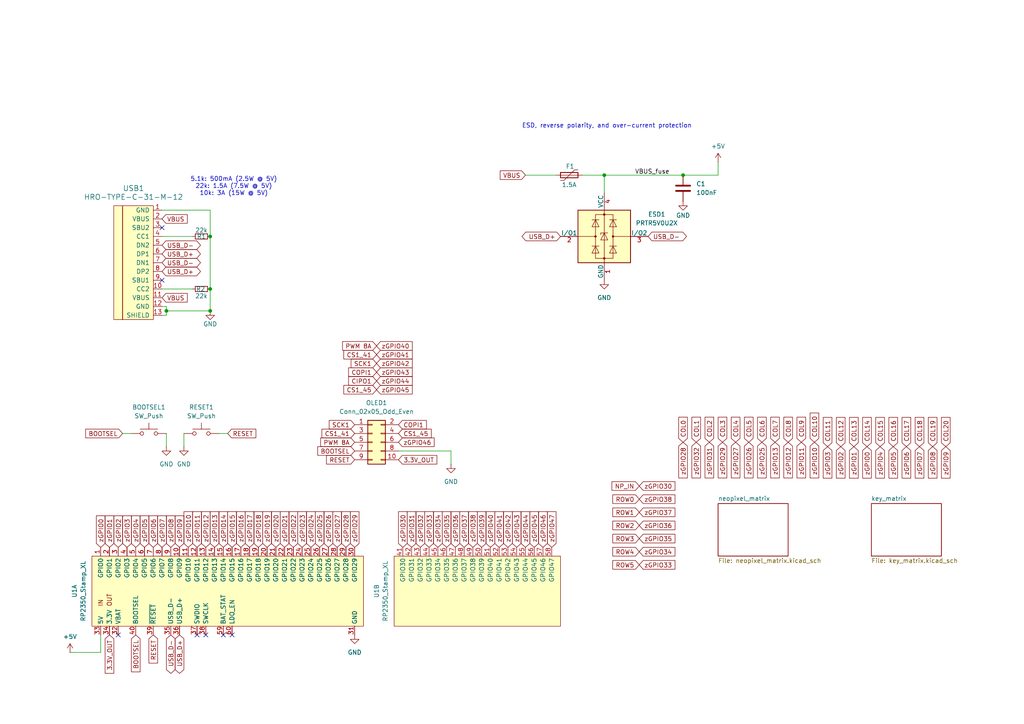
<source format=kicad_sch>
(kicad_sch (version 20231120) (generator "eeschema") (generator_version "8.0")
  (paper "A4")
  (lib_symbols
    (symbol "Connector_Generic:Conn_02x05_Odd_Even" (pin_names (offset 1.016) hide)
      (property "Reference" "J" (at 1.27 7.62 0))
      (property "Value" "Conn_02x05_Odd_Even" (at 1.27 -7.62 0))
      (symbol "Conn_02x05_Odd_Even_1_1"
        (rectangle (start -1.27 -4.953) (end 0 -5.207) (stroke (width 0.1524)))
        (rectangle (start -1.27 -2.413) (end 0 -2.667) (stroke (width 0.1524)))
        (rectangle (start -1.27 0.127) (end 0 -0.127) (stroke (width 0.1524)))
        (rectangle (start -1.27 2.667) (end 0 2.413) (stroke (width 0.1524)))
        (rectangle (start -1.27 5.207) (end 0 4.953) (stroke (width 0.1524)))
        (rectangle (start -1.27 6.35) (end 3.81 -6.35) (stroke (width 0.254)) (fill (type background)))
        (rectangle (start 3.81 -4.953) (end 2.54 -5.207) (stroke (width 0.1524)))
        (rectangle (start 3.81 -2.413) (end 2.54 -2.667) (stroke (width 0.1524)))
        (rectangle (start 3.81 0.127) (end 2.54 -0.127) (stroke (width 0.1524)))
        (rectangle (start 3.81 2.667) (end 2.54 2.413) (stroke (width 0.1524)))
        (rectangle (start 3.81 5.207) (end 2.54 4.953) (stroke (width 0.1524)))
        (pin passive line (at -5.08 5.08 0) (length 3.81) (name "Pin_1") (number "1"))
        (pin passive line (at 7.62 -5.08 180) (length 3.81) (name "Pin_10") (number "10"))
        (pin passive line (at 7.62 5.08 180) (length 3.81) (name "Pin_2") (number "2"))
        (pin passive line (at -5.08 2.54 0) (length 3.81) (name "Pin_3") (number "3"))
        (pin passive line (at 7.62 2.54 180) (length 3.81) (name "Pin_4") (number "4"))
        (pin passive line (at -5.08 0 0) (length 3.81) (name "Pin_5") (number "5"))
        (pin passive line (at 7.62 0 180) (length 3.81) (name "Pin_6") (number "6"))
        (pin passive line (at -5.08 -2.54 0) (length 3.81) (name "Pin_7") (number "7"))
        (pin passive line (at 7.62 -2.54 180) (length 3.81) (name "Pin_8") (number "8"))
        (pin passive line (at -5.08 -5.08 0) (length 3.81) (name "Pin_9") (number "9"))
      )
    )
    (symbol "Device:C" (pin_numbers hide) (pin_names (offset 0.254))
      (property "Reference" "C" (at 0.635 2.54 0))
      (property "Value" "C" (at 0.635 -2.54 0))
      (symbol "C_0_1"
        (polyline (pts (xy -2.032 -0.762) (xy 2.032 -0.762)) (stroke (width 0.508)))
        (polyline (pts (xy -2.032 0.762) (xy 2.032 0.762)) (stroke (width 0.508)))
      )
      (symbol "C_1_1"
        (pin passive line (at 0 3.81 270) (length 2.794) (name "~") (number "1"))
        (pin passive line (at 0 -3.81 90) (length 2.794) (name "~") (number "2"))
      )
    )
    (symbol "Device:Polyfuse" (pin_numbers hide) (pin_names (offset 0))
      (property "Reference" "F" (at -2.54 0 90))
      (property "Value" "Polyfuse" (at 2.54 0 90))
      (symbol "Polyfuse_0_1"
        (rectangle (start -0.762 2.54) (end 0.762 -2.54) (stroke (width 0.254)))
        (polyline (pts (xy 0 2.54) (xy 0 -2.54)))
        (polyline (pts (xy -1.524 2.54) (xy -1.524 1.524) (xy 1.524 -1.524) (xy 1.524 -2.54)))
      )
      (symbol "Polyfuse_1_1"
        (pin passive line (at 0 3.81 270) (length 1.27) (name "~") (number "1"))
        (pin passive line (at 0 -3.81 90) (length 1.27) (name "~") (number "2"))
      )
    )
    (symbol "Device:R_Small" (pin_numbers hide) (pin_names (offset 0.254) hide)
      (property "Reference" "R" (at 0.762 0.508 0))
      (property "Value" "R_Small" (at 0.762 -1.016 0))
      (symbol "R_Small_0_1"
        (rectangle (start -0.762 1.778) (end 0.762 -1.778) (stroke (width 0.2032)))
      )
      (symbol "R_Small_1_1"
        (pin passive line (at 0 2.54 270) (length 0.762) (name "~") (number "1"))
        (pin passive line (at 0 -2.54 90) (length 0.762) (name "~") (number "2"))
      )
    )
    (symbol "HRO-TYPE-C-31-M-12_1" (pin_names (offset 1.016))
      (property "Reference" "USB" (at -5.08 16.51 0))
      (property "Value" "HRO-TYPE-C-31-M-12" (at -10.16 -1.27 90))
      (symbol "HRO-TYPE-C-31-M-12_1_0_1"
        (rectangle (start -11.43 15.24) (end -8.89 -17.78) (fill (type background)))
        (rectangle (start 0 -17.78) (end -8.89 15.24) (fill (type background)))
      )
      (symbol "HRO-TYPE-C-31-M-12_1_1_1"
        (pin input line (at 2.54 13.97 180) (length 2.54) (name "GND") (number "1"))
        (pin input line (at 2.54 -8.89 180) (length 2.54) (name "CC2") (number "10"))
        (pin input line (at 2.54 -11.43 180) (length 2.54) (name "VBUS") (number "11"))
        (pin input line (at 2.54 -13.97 180) (length 2.54) (name "GND") (number "12"))
        (pin input line (at 2.54 -16.51 180) (length 2.54) (name "SHIELD") (number "13"))
        (pin input line (at 2.54 11.43 180) (length 2.54) (name "VBUS") (number "2"))
        (pin input line (at 2.54 8.89 180) (length 2.54) (name "SBU2") (number "3"))
        (pin input line (at 2.54 6.35 180) (length 2.54) (name "CC1") (number "4"))
        (pin input line (at 2.54 3.81 180) (length 2.54) (name "DN2") (number "5"))
        (pin input line (at 2.54 1.27 180) (length 2.54) (name "DP1") (number "6"))
        (pin input line (at 2.54 -1.27 180) (length 2.54) (name "DN1") (number "7"))
        (pin input line (at 2.54 -3.81 180) (length 2.54) (name "DP2") (number "8"))
        (pin input line (at 2.54 -6.35 180) (length 2.54) (name "SBU1") (number "9"))
      )
    )
    (symbol "Power_Protection:PRTR5V0U2X" (pin_names (offset 0))
      (property "Reference" "D" (at 2.794 8.636 0))
      (property "Value" "PRTR5V0U2X" (at 8.128 -9.398 0))
      (symbol "PRTR5V0U2X_0_1"
        (rectangle (start -7.62 -7.62) (end 7.62 7.62) (stroke (width 0.254)) (fill (type background)))
        (circle (center -2.54 0) (radius 0.254) (fill (type outline)))
        (rectangle (start -2.54 6.35) (end 2.54 -6.35))
        (circle (center 0 -6.35) (radius 0.254) (fill (type outline)))
        (polyline (pts (xy -2.54 0) (xy -7.62 0)))
        (polyline (pts (xy -1.524 -2.794) (xy -3.556 -2.794)))
        (polyline (pts (xy -1.524 4.826) (xy -3.556 4.826)))
        (polyline (pts (xy 0 -7.62) (xy 0 7.62)))
        (polyline (pts (xy 1.524 -2.794) (xy 3.556 -2.794)))
        (polyline (pts (xy 1.524 4.826) (xy 3.556 4.826)))
        (polyline (pts (xy 2.54 0) (xy 7.62 0)))
        (polyline (pts (xy 1.016 1.016) (xy -1.016 1.016) (xy -1.016 0.508)))
        (polyline (pts (xy -3.556 -4.826) (xy -1.524 -4.826) (xy -2.54 -2.794) (xy -3.556 -4.826)))
        (polyline (pts (xy -3.556 2.794) (xy -1.524 2.794) (xy -2.54 4.826) (xy -3.556 2.794)))
        (polyline (pts (xy -1.016 -1.016) (xy 1.016 -1.016) (xy 0 1.016) (xy -1.016 -1.016)))
        (polyline (pts (xy 3.556 -4.826) (xy 1.524 -4.826) (xy 2.54 -2.794) (xy 3.556 -4.826)))
        (polyline (pts (xy 3.556 2.794) (xy 1.524 2.794) (xy 2.54 4.826) (xy 3.556 2.794)))
        (circle (center 0 6.35) (radius 0.254) (fill (type outline)))
        (circle (center 2.54 0) (radius 0.254) (fill (type outline)))
      )
      (symbol "PRTR5V0U2X_1_1"
        (pin passive line (at 0 -12.7 90) (length 5.08) (name "GND") (number "1"))
        (pin passive line (at -12.7 0 0) (length 5.08) (name "I/O1") (number "2"))
        (pin passive line (at 12.7 0 180) (length 5.08) (name "I/O2") (number "3"))
        (pin passive line (at 0 12.7 270) (length 5.08) (name "VCC") (number "4"))
      )
    )
    (symbol "RP2xxx_Stamp:RP2350_Stamp_XL"
      (property "Reference" "U" (at 10.16 43.18 0))
      (property "Value" "RP2350_Stamp_XL" (at 0 -38.1 0))
      (symbol "RP2350_Stamp_XL_1_0"
        (text "IN" (at -4.445 39.37 0) (effects (font (size 1.27 1.27)) (justify left)))
        (text "OUT" (at -4.445 36.83 0) (effects (font (size 1.27 1.27)) (justify left)))
        (pin bidirectional line (at 12.7 39.37 180) (length 2.54) (name "GPIO0") (number "1"))
        (pin bidirectional line (at 12.7 16.51 180) (length 2.54) (name "GPIO9") (number "10"))
        (pin bidirectional line (at 12.7 13.97 180) (length 2.54) (name "GPIO10") (number "11"))
        (pin bidirectional line (at 12.7 11.43 180) (length 2.54) (name "GPIO11") (number "12"))
        (pin bidirectional line (at 12.7 8.89 180) (length 2.54) (name "GPIO12") (number "13"))
        (pin bidirectional line (at 12.7 6.35 180) (length 2.54) (name "GPIO13") (number "14"))
        (pin bidirectional line (at 12.7 3.81 180) (length 2.54) (name "GPIO14") (number "15"))
        (pin bidirectional line (at 12.7 1.27 180) (length 2.54) (name "GPIO15") (number "16"))
        (pin bidirectional line (at 12.7 -1.27 180) (length 2.54) (name "GPIO16") (number "17"))
        (pin bidirectional line (at 12.7 -3.81 180) (length 2.54) (name "GPIO17") (number "18"))
        (pin bidirectional line (at 12.7 -6.35 180) (length 2.54) (name "GPIO18") (number "19"))
        (pin bidirectional line (at 12.7 36.83 180) (length 2.54) (name "GPIO1") (number "2"))
        (pin bidirectional line (at 12.7 -8.89 180) (length 2.54) (name "GPIO19") (number "20"))
        (pin bidirectional line (at 12.7 -11.43 180) (length 2.54) (name "GPIO20") (number "21"))
        (pin bidirectional line (at 12.7 -13.97 180) (length 2.54) (name "GPIO21") (number "22"))
        (pin bidirectional line (at 12.7 -16.51 180) (length 2.54) (name "GPIO22") (number "23"))
        (pin bidirectional line (at 12.7 -19.05 180) (length 2.54) (name "GPIO23") (number "24"))
        (pin bidirectional line (at 12.7 -21.59 180) (length 2.54) (name "GPIO24") (number "25"))
        (pin bidirectional line (at 12.7 -24.13 180) (length 2.54) (name "GPIO25") (number "26"))
        (pin bidirectional line (at 12.7 -26.67 180) (length 2.54) (name "GPIO26") (number "27"))
        (pin bidirectional line (at 12.7 -29.21 180) (length 2.54) (name "GPIO27") (number "28"))
        (pin bidirectional line (at 12.7 -31.75 180) (length 2.54) (name "GPIO28") (number "29"))
        (pin bidirectional line (at 12.7 34.29 180) (length 2.54) (name "GPIO2") (number "3"))
        (pin bidirectional line (at 12.7 -34.29 180) (length 2.54) (name "GPIO29") (number "30"))
        (pin power_in line (at -12.7 -34.29 0) (length 2.54) (name "GND") (number "31"))
        (pin power_in line (at -12.7 34.29 0) (length 2.54) (name "VBAT") (number "32"))
        (pin power_in line (at -12.7 39.37 0) (length 2.54) (name "5V") (number "33"))
        (pin power_out line (at -12.7 36.83 0) (length 2.54) (name "3.3V") (number "34"))
        (pin bidirectional line (at -12.7 19.05 0) (length 2.54) (name "USB_D-") (number "35"))
        (pin bidirectional line (at -12.7 16.51 0) (length 2.54) (name "USB_D+") (number "36"))
        (pin bidirectional line (at -12.7 11.43 0) (length 2.54) (name "SWDIO") (number "37"))
        (pin input line (at -12.7 8.89 0) (length 2.54) (name "SWCLK") (number "38"))
        (pin bidirectional line (at -12.7 24.13 0) (length 2.54) (name "~{RESET}") (number "39"))
        (pin bidirectional line (at 12.7 31.75 180) (length 2.54) (name "GPIO3") (number "4"))
        (pin input line (at -12.7 29.21 0) (length 2.54) (name "BOOTSEL") (number "40"))
        (pin bidirectional line (at 12.7 29.21 180) (length 2.54) (name "GPIO4") (number "5"))
        (pin output line (at -12.7 3.81 0) (length 2.54) (name "BAT_STAT") (number "59"))
        (pin bidirectional line (at 12.7 26.67 180) (length 2.54) (name "GPIO5") (number "6"))
        (pin input line (at -12.7 1.27 0) (length 2.54) (name "LDO_EN") (number "60"))
        (pin bidirectional line (at 12.7 24.13 180) (length 2.54) (name "GPIO6") (number "7"))
        (pin bidirectional line (at 12.7 21.59 180) (length 2.54) (name "GPIO7") (number "8"))
        (pin bidirectional line (at 12.7 19.05 180) (length 2.54) (name "GPIO8") (number "9"))
      )
      (symbol "RP2350_Stamp_XL_1_1"
        (rectangle (start -10.16 41.91) (end 10.16 -36.83) (stroke (width 0.1524)) (fill (type background)))
      )
      (symbol "RP2350_Stamp_XL_2_0"
        (pin bidirectional line (at 12.7 24.13 180) (length 2.54) (name "GPIO30") (number "41"))
        (pin bidirectional line (at 12.7 21.59 180) (length 2.54) (name "GPIO31") (number "42"))
        (pin bidirectional line (at 12.7 19.05 180) (length 2.54) (name "GPIO32") (number "43"))
        (pin bidirectional line (at 12.7 16.51 180) (length 2.54) (name "GPIO33") (number "44"))
        (pin bidirectional line (at 12.7 13.97 180) (length 2.54) (name "GPIO34") (number "45"))
        (pin bidirectional line (at 12.7 11.43 180) (length 2.54) (name "GPIO35") (number "46"))
        (pin bidirectional line (at 12.7 8.89 180) (length 2.54) (name "GPIO36") (number "47"))
        (pin bidirectional line (at 12.7 6.35 180) (length 2.54) (name "GPIO37") (number "48"))
        (pin bidirectional line (at 12.7 3.81 180) (length 2.54) (name "GPIO38") (number "49"))
        (pin bidirectional line (at 12.7 1.27 180) (length 2.54) (name "GPIO39") (number "50"))
        (pin bidirectional line (at 12.7 -1.27 180) (length 2.54) (name "GPIO40") (number "51"))
        (pin bidirectional line (at 12.7 -3.81 180) (length 2.54) (name "GPIO41") (number "52"))
        (pin bidirectional line (at 12.7 -6.35 180) (length 2.54) (name "GPIO42") (number "53"))
        (pin bidirectional line (at 12.7 -8.89 180) (length 2.54) (name "GPIO43") (number "54"))
        (pin bidirectional line (at 12.7 -11.43 180) (length 2.54) (name "GPIO44") (number "55"))
        (pin bidirectional line (at 12.7 -13.97 180) (length 2.54) (name "GPIO45") (number "56"))
        (pin bidirectional line (at 12.7 -16.51 180) (length 2.54) (name "GPIO46") (number "57"))
        (pin bidirectional line (at 12.7 -19.05 180) (length 2.54) (name "GPIO47") (number "58"))
      )
      (symbol "RP2350_Stamp_XL_2_1"
        (rectangle (start -10.16 26.67) (end 10.16 -21.59) (stroke (width 0.1524)) (fill (type background)))
      )
    )
    (symbol "Switch:SW_Push" (pin_numbers hide) (pin_names (offset 1.016) hide)
      (property "Reference" "SW" (at 1.27 2.54 0))
      (property "Value" "SW_Push" (at 0 -1.524 0))
      (symbol "SW_Push_0_1"
        (circle (center -2.032 0) (radius 0.508))
        (polyline (pts (xy 0 1.27) (xy 0 3.048)))
        (polyline (pts (xy 2.54 1.27) (xy -2.54 1.27)))
        (circle (center 2.032 0) (radius 0.508))
        (pin passive line (at -5.08 0 0) (length 2.54) (name "1") (number "1"))
        (pin passive line (at 5.08 0 180) (length 2.54) (name "2") (number "2"))
      )
    )
    (symbol "power:+5V" (power) (pin_numbers hide) (pin_names (offset 0) hide)
      (property "Value" "+5V" (at 0 3.556 0))
      (symbol "+5V_0_1"
        (polyline (pts (xy -0.762 1.27) (xy 0 2.54)))
        (polyline (pts (xy 0 0) (xy 0 2.54)))
        (polyline (pts (xy 0 2.54) (xy 0.762 1.27)))
      )
      (symbol "+5V_1_1"
        (pin power_in line (at 0 0 90) (length 0) (name "~") (number "1"))
      )
    )
    (symbol "power:GND" (power) (pin_numbers hide) (pin_names (offset 0) hide)
      (property "Value" "GND" (at 0 -3.81 0))
      (symbol "GND_0_1"
        (polyline (pts (xy 0 0) (xy 0 -1.27) (xy 1.27 -1.27) (xy 0 -2.54) (xy -1.27 -1.27) (xy 0 -1.27)))
      )
      (symbol "GND_1_1"
        (pin power_in line (at 0 0 270) (length 0) (name "~") (number "1"))
      )
    )
  )
  (junction (at 198.12 50.8))
  (junction (at 48.26 90.17))
  (junction (at 60.96 90.17))
  (junction (at 60.96 68.58))
  (junction (at 60.96 83.82))
  (junction (at 175.26 50.8))
  (no_connect (at 59.69 184.15))
  (no_connect (at 67.31 184.15))
  (no_connect (at 46.99 81.28))
  (no_connect (at 34.29 184.15))
  (no_connect (at 46.99 66.04))
  (no_connect (at 64.77 184.15))
  (no_connect (at 57.15 184.15))
  (wire (pts (xy 152.4 50.8) (xy 161.29 50.8)))
  (wire (pts (xy 208.28 50.8) (xy 208.28 46.99)))
  (wire (pts (xy 48.26 129.54) (xy 48.26 125.73)))
  (wire (pts (xy 46.99 60.96) (xy 60.96 60.96)))
  (wire (pts (xy 38.1 125.73) (xy 35.56 125.73)))
  (wire (pts (xy 53.34 129.54) (xy 53.34 125.73)))
  (wire (pts (xy 46.99 83.82) (xy 55.88 83.82)))
  (wire (pts (xy 60.96 68.58) (xy 60.96 83.82)))
  (wire (pts (xy 168.91 50.8) (xy 175.26 50.8)))
  (wire (pts (xy 48.26 91.44) (xy 48.26 90.17)))
  (wire (pts (xy 130.81 134.62) (xy 130.81 130.81)))
  (wire (pts (xy 46.99 88.9) (xy 48.26 88.9)))
  (wire (pts (xy 20.32 189.23) (xy 29.21 189.23)))
  (wire (pts (xy 46.99 91.44) (xy 48.26 91.44)))
  (wire (pts (xy 48.26 90.17) (xy 60.96 90.17)))
  (wire (pts (xy 60.96 60.96) (xy 60.96 68.58)))
  (wire (pts (xy 63.5 125.73) (xy 66.04 125.73)))
  (wire (pts (xy 175.26 50.8) (xy 198.12 50.8)))
  (wire (pts (xy 29.21 189.23) (xy 29.21 184.15)))
  (wire (pts (xy 46.99 68.58) (xy 55.88 68.58)))
  (wire (pts (xy 198.12 50.8) (xy 208.28 50.8)))
  (wire (pts (xy 175.26 50.8) (xy 175.26 55.88)))
  (wire (pts (xy 130.81 130.81) (xy 115.57 130.81)))
  (wire (pts (xy 60.96 83.82) (xy 60.96 90.17)))
  (wire (pts (xy 48.26 88.9) (xy 48.26 90.17)))
  (text "5.1k: 500mA (2.5W @ 5V)\n22k: 1.5A (7.5W @ 5V)\n10k: 3A (15W @ 5V)" (at 67.818 54.102 0) (effects (font (size 1.27 1.27))))
  (text "ESD, reverse polarity, and over-current protection" (at 176.022 36.576 0) (effects (font (size 1.27 1.27))))
  (label "VBUS_fuse" (at 184.15 50.8 0))
  (global_label "zGPIO14" (shape input) (at 64.77 158.75 90) (property "Intersheetrefs" "${INTERSHEET_REFS}" (effects (hide yes))))
  (global_label "COL2" (shape input) (at 205.74 128.27 90) (property "Intersheetrefs" "${INTERSHEET_REFS}" (effects (hide yes))))
  (global_label "zGPIO21" (shape input) (at 82.55 158.75 90) (property "Intersheetrefs" "${INTERSHEET_REFS}" (effects (hide yes))))
  (global_label "COL17" (shape input) (at 262.89 129.54 90) (property "Intersheetrefs" "${INTERSHEET_REFS}" (effects (hide yes))))
  (global_label "zGPIO26" (shape input) (at 95.25 158.75 90) (property "Intersheetrefs" "${INTERSHEET_REFS}" (effects (hide yes))))
  (global_label "CS1_45" (shape input) (at 115.57 125.73 0) (property "Intersheetrefs" "${INTERSHEET_REFS}" (effects (hide yes))))
  (global_label "zGPIO10" (shape input) (at 54.61 158.75 90) (property "Intersheetrefs" "${INTERSHEET_REFS}" (effects (hide yes))))
  (global_label "zGPIO5" (shape input) (at 259.08 129.54 270) (property "Intersheetrefs" "${INTERSHEET_REFS}" (effects (hide yes))))
  (global_label "zGPIO2" (shape input) (at 34.29 158.75 90) (property "Intersheetrefs" "${INTERSHEET_REFS}" (effects (hide yes))))
  (global_label "zGPIO43" (shape input) (at 109.22 107.95 0) (property "Intersheetrefs" "${INTERSHEET_REFS}" (effects (hide yes))))
  (global_label "zGPIO0" (shape input) (at 29.21 158.75 90) (property "Intersheetrefs" "${INTERSHEET_REFS}" (effects (hide yes))))
  (global_label "zGPIO34" (shape input) (at 185.42 160.02 0) (property "Intersheetrefs" "${INTERSHEET_REFS}" (effects (hide yes))))
  (global_label "CS1_45" (shape input) (at 109.22 113.03 180) (property "Intersheetrefs" "${INTERSHEET_REFS}" (effects (hide yes))))
  (global_label "USB_D-" (shape bidirectional) (at 46.99 71.12 0) (property "Intersheetrefs" "${INTERSHEET_REFS}" (effects (hide yes))))
  (global_label "zGPIO25" (shape input) (at 220.98 128.27 270) (property "Intersheetrefs" "${INTERSHEET_REFS}" (effects (hide yes))))
  (global_label "zGPIO12" (shape input) (at 228.6 128.27 270) (property "Intersheetrefs" "${INTERSHEET_REFS}" (effects (hide yes))))
  (global_label "zGPIO26" (shape input) (at 217.17 128.27 270) (property "Intersheetrefs" "${INTERSHEET_REFS}" (effects (hide yes))))
  (global_label "zGPIO6" (shape input) (at 44.45 158.75 90) (property "Intersheetrefs" "${INTERSHEET_REFS}" (effects (hide yes))))
  (global_label "COL4" (shape input) (at 213.36 128.27 90) (property "Intersheetrefs" "${INTERSHEET_REFS}" (effects (hide yes))))
  (global_label "zGPIO22" (shape input) (at 85.09 158.75 90) (property "Intersheetrefs" "${INTERSHEET_REFS}" (effects (hide yes))))
  (global_label "zGPIO38" (shape input) (at 185.42 144.78 0) (property "Intersheetrefs" "${INTERSHEET_REFS}" (effects (hide yes))))
  (global_label "zGPIO19" (shape input) (at 77.47 158.75 90) (property "Intersheetrefs" "${INTERSHEET_REFS}" (effects (hide yes))))
  (global_label "ROW3" (shape input) (at 185.42 156.21 180) (property "Intersheetrefs" "${INTERSHEET_REFS}" (effects (hide yes))))
  (global_label "zGPIO31" (shape input) (at 119.38 158.75 90) (property "Intersheetrefs" "${INTERSHEET_REFS}" (effects (hide yes))))
  (global_label "zGPIO31" (shape input) (at 205.74 128.27 270) (property "Intersheetrefs" "${INTERSHEET_REFS}" (effects (hide yes))))
  (global_label "zGPIO1" (shape input) (at 247.65 129.54 270) (property "Intersheetrefs" "${INTERSHEET_REFS}" (effects (hide yes))))
  (global_label "zGPIO40" (shape input) (at 142.24 158.75 90) (property "Intersheetrefs" "${INTERSHEET_REFS}" (effects (hide yes))))
  (global_label "COPI1" (shape input) (at 115.57 123.19 0) (property "Intersheetrefs" "${INTERSHEET_REFS}" (effects (hide yes))))
  (global_label "zGPIO30" (shape input) (at 185.42 140.97 0) (property "Intersheetrefs" "${INTERSHEET_REFS}" (effects (hide yes))))
  (global_label "COL8" (shape input) (at 228.6 128.27 90) (property "Intersheetrefs" "${INTERSHEET_REFS}" (effects (hide yes))))
  (global_label "zGPIO11" (shape input) (at 57.15 158.75 90) (property "Intersheetrefs" "${INTERSHEET_REFS}" (effects (hide yes))))
  (global_label "3.3V_OUT" (shape input) (at 115.57 133.35 0) (property "Intersheetrefs" "${INTERSHEET_REFS}" (effects (hide yes))))
  (global_label "zGPIO12" (shape input) (at 59.69 158.75 90) (property "Intersheetrefs" "${INTERSHEET_REFS}" (effects (hide yes))))
  (global_label "zGPIO36" (shape input) (at 185.42 152.4 0) (property "Intersheetrefs" "${INTERSHEET_REFS}" (effects (hide yes))))
  (global_label "SCK1" (shape input) (at 102.87 123.19 180) (property "Intersheetrefs" "${INTERSHEET_REFS}" (effects (hide yes))))
  (global_label "zGPIO24" (shape input) (at 90.17 158.75 90) (property "Intersheetrefs" "${INTERSHEET_REFS}" (effects (hide yes))))
  (global_label "ROW1" (shape input) (at 185.42 148.59 180) (property "Intersheetrefs" "${INTERSHEET_REFS}" (effects (hide yes))))
  (global_label "zGPIO28" (shape input) (at 100.33 158.75 90) (property "Intersheetrefs" "${INTERSHEET_REFS}" (effects (hide yes))))
  (global_label "zGPIO29" (shape input) (at 209.55 128.27 270) (property "Intersheetrefs" "${INTERSHEET_REFS}" (effects (hide yes))))
  (global_label "COL16" (shape input) (at 259.08 129.54 90) (property "Intersheetrefs" "${INTERSHEET_REFS}" (effects (hide yes))))
  (global_label "zGPIO47" (shape input) (at 160.02 158.75 90) (property "Intersheetrefs" "${INTERSHEET_REFS}" (effects (hide yes))))
  (global_label "USB_D+" (shape bidirectional) (at 162.56 68.58 180) (property "Intersheetrefs" "${INTERSHEET_REFS}" (effects (hide yes))))
  (global_label "COL3" (shape input) (at 209.55 128.27 90) (property "Intersheetrefs" "${INTERSHEET_REFS}" (effects (hide yes))))
  (global_label "zGPIO43" (shape input) (at 149.86 158.75 90) (property "Intersheetrefs" "${INTERSHEET_REFS}" (effects (hide yes))))
  (global_label "zGPIO10" (shape input) (at 236.22 128.27 270) (property "Intersheetrefs" "${INTERSHEET_REFS}" (effects (hide yes))))
  (global_label "zGPIO42" (shape input) (at 147.32 158.75 90) (property "Intersheetrefs" "${INTERSHEET_REFS}" (effects (hide yes))))
  (global_label "zGPIO5" (shape input) (at 41.91 158.75 90) (property "Intersheetrefs" "${INTERSHEET_REFS}" (effects (hide yes))))
  (global_label "zGPIO35" (shape input) (at 185.42 156.21 0) (property "Intersheetrefs" "${INTERSHEET_REFS}" (effects (hide yes))))
  (global_label "CS1_41" (shape input) (at 109.22 102.87 180) (property "Intersheetrefs" "${INTERSHEET_REFS}" (effects (hide yes))))
  (global_label "zGPIO0" (shape input) (at 251.46 129.54 270) (property "Intersheetrefs" "${INTERSHEET_REFS}" (effects (hide yes))))
  (global_label "USB_D-" (shape bidirectional) (at 49.53 184.15 270) (property "Intersheetrefs" "${INTERSHEET_REFS}" (effects (hide yes))))
  (global_label "zGPIO42" (shape input) (at 109.22 105.41 0) (property "Intersheetrefs" "${INTERSHEET_REFS}" (effects (hide yes))))
  (global_label "VBUS" (shape input) (at 152.4 50.8 180) (property "Intersheetrefs" "${INTERSHEET_REFS}" (effects (hide yes))))
  (global_label "COL7" (shape input) (at 224.79 128.27 90) (property "Intersheetrefs" "${INTERSHEET_REFS}" (effects (hide yes))))
  (global_label "zGPIO11" (shape input) (at 232.41 128.27 270) (property "Intersheetrefs" "${INTERSHEET_REFS}" (effects (hide yes))))
  (global_label "COL0" (shape input) (at 198.12 128.27 90) (property "Intersheetrefs" "${INTERSHEET_REFS}" (effects (hide yes))))
  (global_label "zGPIO25" (shape input) (at 92.71 158.75 90) (property "Intersheetrefs" "${INTERSHEET_REFS}" (effects (hide yes))))
  (global_label "ROW5" (shape input) (at 185.42 163.83 180) (property "Intersheetrefs" "${INTERSHEET_REFS}" (effects (hide yes))))
  (global_label "PWM 8A" (shape input) (at 109.22 100.33 180) (property "Intersheetrefs" "${INTERSHEET_REFS}" (effects (hide yes))))
  (global_label "zGPIO6" (shape input) (at 262.89 129.54 270) (property "Intersheetrefs" "${INTERSHEET_REFS}" (effects (hide yes))))
  (global_label "COL12" (shape input) (at 243.84 129.54 90) (property "Intersheetrefs" "${INTERSHEET_REFS}" (effects (hide yes))))
  (global_label "BOOTSEL" (shape input) (at 102.87 130.81 180) (property "Intersheetrefs" "${INTERSHEET_REFS}" (effects (hide yes))))
  (global_label "zGPIO8" (shape input) (at 270.51 129.54 270) (property "Intersheetrefs" "${INTERSHEET_REFS}" (effects (hide yes))))
  (global_label "zGPIO33" (shape input) (at 124.46 158.75 90) (property "Intersheetrefs" "${INTERSHEET_REFS}" (effects (hide yes))))
  (global_label "COL14" (shape input) (at 251.46 129.54 90) (property "Intersheetrefs" "${INTERSHEET_REFS}" (effects (hide yes))))
  (global_label "COL5" (shape input) (at 217.17 128.27 90) (property "Intersheetrefs" "${INTERSHEET_REFS}" (effects (hide yes))))
  (global_label "zGPIO18" (shape input) (at 74.93 158.75 90) (property "Intersheetrefs" "${INTERSHEET_REFS}" (effects (hide yes))))
  (global_label "CIPO1" (shape input) (at 109.22 110.49 180) (property "Intersheetrefs" "${INTERSHEET_REFS}" (effects (hide yes))))
  (global_label "USB_D+" (shape bidirectional) (at 52.07 184.15 270) (property "Intersheetrefs" "${INTERSHEET_REFS}" (effects (hide yes))))
  (global_label "zGPIO34" (shape input) (at 127 158.75 90) (property "Intersheetrefs" "${INTERSHEET_REFS}" (effects (hide yes))))
  (global_label "zGPIO29" (shape input) (at 102.87 158.75 90) (property "Intersheetrefs" "${INTERSHEET_REFS}" (effects (hide yes))))
  (global_label "RESET" (shape input) (at 102.87 133.35 180) (property "Intersheetrefs" "${INTERSHEET_REFS}" (effects (hide yes))))
  (global_label "ROW4" (shape input) (at 185.42 160.02 180) (property "Intersheetrefs" "${INTERSHEET_REFS}" (effects (hide yes))))
  (global_label "zGPIO45" (shape input) (at 109.22 113.03 0) (property "Intersheetrefs" "${INTERSHEET_REFS}" (effects (hide yes))))
  (global_label "zGPIO13" (shape input) (at 62.23 158.75 90) (property "Intersheetrefs" "${INTERSHEET_REFS}" (effects (hide yes))))
  (global_label "zGPIO28" (shape input) (at 198.12 128.27 270) (property "Intersheetrefs" "${INTERSHEET_REFS}" (effects (hide yes))))
  (global_label "zGPIO2" (shape input) (at 243.84 129.54 270) (property "Intersheetrefs" "${INTERSHEET_REFS}" (effects (hide yes))))
  (global_label "BOOTSEL" (shape input) (at 39.37 184.15 270) (property "Intersheetrefs" "${INTERSHEET_REFS}" (effects (hide yes))))
  (global_label "zGPIO7" (shape input) (at 266.7 129.54 270) (property "Intersheetrefs" "${INTERSHEET_REFS}" (effects (hide yes))))
  (global_label "zGPIO3" (shape input) (at 36.83 158.75 90) (property "Intersheetrefs" "${INTERSHEET_REFS}" (effects (hide yes))))
  (global_label "zGPIO46" (shape input) (at 115.57 128.27 0) (property "Intersheetrefs" "${INTERSHEET_REFS}" (effects (hide yes))))
  (global_label "zGPIO23" (shape input) (at 87.63 158.75 90) (property "Intersheetrefs" "${INTERSHEET_REFS}" (effects (hide yes))))
  (global_label "zGPIO4" (shape input) (at 255.27 129.54 270) (property "Intersheetrefs" "${INTERSHEET_REFS}" (effects (hide yes))))
  (global_label "VBUS" (shape input) (at 46.99 86.36 0) (property "Intersheetrefs" "${INTERSHEET_REFS}" (effects (hide yes))))
  (global_label "zGPIO41" (shape input) (at 144.78 158.75 90) (property "Intersheetrefs" "${INTERSHEET_REFS}" (effects (hide yes))))
  (global_label "COL9" (shape input) (at 232.41 128.27 90) (property "Intersheetrefs" "${INTERSHEET_REFS}" (effects (hide yes))))
  (global_label "ROW0" (shape input) (at 185.42 144.78 180) (property "Intersheetrefs" "${INTERSHEET_REFS}" (effects (hide yes))))
  (global_label "COL11" (shape input) (at 240.03 129.54 90) (property "Intersheetrefs" "${INTERSHEET_REFS}" (effects (hide yes))))
  (global_label "zGPIO8" (shape input) (at 49.53 158.75 90) (property "Intersheetrefs" "${INTERSHEET_REFS}" (effects (hide yes))))
  (global_label "zGPIO37" (shape input) (at 185.42 148.59 0) (property "Intersheetrefs" "${INTERSHEET_REFS}" (effects (hide yes))))
  (global_label "COL20" (shape input) (at 274.32 129.54 90) (property "Intersheetrefs" "${INTERSHEET_REFS}" (effects (hide yes))))
  (global_label "zGPIO30" (shape input) (at 116.84 158.75 90) (property "Intersheetrefs" "${INTERSHEET_REFS}" (effects (hide yes))))
  (global_label "COL1" (shape input) (at 201.93 128.27 90) (property "Intersheetrefs" "${INTERSHEET_REFS}" (effects (hide yes))))
  (global_label "USB_D+" (shape bidirectional) (at 46.99 78.74 0) (property "Intersheetrefs" "${INTERSHEET_REFS}" (effects (hide yes))))
  (global_label "zGPIO46" (shape input) (at 157.48 158.75 90) (property "Intersheetrefs" "${INTERSHEET_REFS}" (effects (hide yes))))
  (global_label "3.3V_OUT" (shape input) (at 31.75 184.15 270) (property "Intersheetrefs" "${INTERSHEET_REFS}" (effects (hide yes))))
  (global_label "CS1_41" (shape input) (at 102.87 125.73 180) (property "Intersheetrefs" "${INTERSHEET_REFS}" (effects (hide yes))))
  (global_label "zGPIO20" (shape input) (at 80.01 158.75 90) (property "Intersheetrefs" "${INTERSHEET_REFS}" (effects (hide yes))))
  (global_label "zGPIO32" (shape input) (at 121.92 158.75 90) (property "Intersheetrefs" "${INTERSHEET_REFS}" (effects (hide yes))))
  (global_label "NP_IN" (shape input) (at 185.42 140.97 180) (property "Intersheetrefs" "${INTERSHEET_REFS}" (effects (hide yes))))
  (global_label "PWM 8A" (shape input) (at 102.87 128.27 180) (property "Intersheetrefs" "${INTERSHEET_REFS}" (effects (hide yes))))
  (global_label "COL6" (shape input) (at 220.98 128.27 90) (property "Intersheetrefs" "${INTERSHEET_REFS}" (effects (hide yes))))
  (global_label "zGPIO9" (shape input) (at 274.32 129.54 270) (property "Intersheetrefs" "${INTERSHEET_REFS}" (effects (hide yes))))
  (global_label "zGPIO37" (shape input) (at 134.62 158.75 90) (property "Intersheetrefs" "${INTERSHEET_REFS}" (effects (hide yes))))
  (global_label "COL19" (shape input) (at 270.51 129.54 90) (property "Intersheetrefs" "${INTERSHEET_REFS}" (effects (hide yes))))
  (global_label "COL10" (shape input) (at 236.22 128.27 90) (property "Intersheetrefs" "${INTERSHEET_REFS}" (effects (hide yes))))
  (global_label "zGPIO38" (shape input) (at 137.16 158.75 90) (property "Intersheetrefs" "${INTERSHEET_REFS}" (effects (hide yes))))
  (global_label "zGPIO45" (shape input) (at 154.94 158.75 90) (property "Intersheetrefs" "${INTERSHEET_REFS}" (effects (hide yes))))
  (global_label "USB_D-" (shape bidirectional) (at 46.99 76.2 0) (property "Intersheetrefs" "${INTERSHEET_REFS}" (effects (hide yes))))
  (global_label "zGPIO44" (shape input) (at 152.4 158.75 90) (property "Intersheetrefs" "${INTERSHEET_REFS}" (effects (hide yes))))
  (global_label "zGPIO15" (shape input) (at 67.31 158.75 90) (property "Intersheetrefs" "${INTERSHEET_REFS}" (effects (hide yes))))
  (global_label "zGPIO36" (shape input) (at 132.08 158.75 90) (property "Intersheetrefs" "${INTERSHEET_REFS}" (effects (hide yes))))
  (global_label "zGPIO13" (shape input) (at 224.79 128.27 270) (property "Intersheetrefs" "${INTERSHEET_REFS}" (effects (hide yes))))
  (global_label "COL18" (shape input) (at 266.7 129.54 90) (property "Intersheetrefs" "${INTERSHEET_REFS}" (effects (hide yes))))
  (global_label "zGPIO33" (shape input) (at 185.42 163.83 0) (property "Intersheetrefs" "${INTERSHEET_REFS}" (effects (hide yes))))
  (global_label "USB_D-" (shape bidirectional) (at 187.96 68.58 0) (property "Intersheetrefs" "${INTERSHEET_REFS}" (effects (hide yes))))
  (global_label "zGPIO27" (shape input) (at 213.36 128.27 270) (property "Intersheetrefs" "${INTERSHEET_REFS}" (effects (hide yes))))
  (global_label "zGPIO9" (shape input) (at 52.07 158.75 90) (property "Intersheetrefs" "${INTERSHEET_REFS}" (effects (hide yes))))
  (global_label "COL15" (shape input) (at 255.27 129.54 90) (property "Intersheetrefs" "${INTERSHEET_REFS}" (effects (hide yes))))
  (global_label "BOOTSEL" (shape input) (at 35.56 125.73 180) (property "Intersheetrefs" "${INTERSHEET_REFS}" (effects (hide yes))))
  (global_label "zGPIO27" (shape input) (at 97.79 158.75 90) (property "Intersheetrefs" "${INTERSHEET_REFS}" (effects (hide yes))))
  (global_label "RESET" (shape input) (at 44.45 184.15 270) (property "Intersheetrefs" "${INTERSHEET_REFS}" (effects (hide yes))))
  (global_label "zGPIO4" (shape input) (at 39.37 158.75 90) (property "Intersheetrefs" "${INTERSHEET_REFS}" (effects (hide yes))))
  (global_label "zGPIO32" (shape input) (at 201.93 128.27 270) (property "Intersheetrefs" "${INTERSHEET_REFS}" (effects (hide yes))))
  (global_label "zGPIO40" (shape input) (at 109.22 100.33 0) (property "Intersheetrefs" "${INTERSHEET_REFS}" (effects (hide yes))))
  (global_label "zGPIO17" (shape input) (at 72.39 158.75 90) (property "Intersheetrefs" "${INTERSHEET_REFS}" (effects (hide yes))))
  (global_label "zGPIO35" (shape input) (at 129.54 158.75 90) (property "Intersheetrefs" "${INTERSHEET_REFS}" (effects (hide yes))))
  (global_label "USB_D+" (shape bidirectional) (at 46.99 73.66 0) (property "Intersheetrefs" "${INTERSHEET_REFS}" (effects (hide yes))))
  (global_label "ROW2" (shape input) (at 185.42 152.4 180) (property "Intersheetrefs" "${INTERSHEET_REFS}" (effects (hide yes))))
  (global_label "RESET" (shape input) (at 66.04 125.73 0) (property "Intersheetrefs" "${INTERSHEET_REFS}" (effects (hide yes))))
  (global_label "zGPIO41" (shape input) (at 109.22 102.87 0) (property "Intersheetrefs" "${INTERSHEET_REFS}" (effects (hide yes))))
  (global_label "COL13" (shape input) (at 247.65 129.54 90) (property "Intersheetrefs" "${INTERSHEET_REFS}" (effects (hide yes))))
  (global_label "SCK1" (shape input) (at 109.22 105.41 180) (property "Intersheetrefs" "${INTERSHEET_REFS}" (effects (hide yes))))
  (global_label "zGPIO3" (shape input) (at 240.03 129.54 270) (property "Intersheetrefs" "${INTERSHEET_REFS}" (effects (hide yes))))
  (global_label "COPI1" (shape input) (at 109.22 107.95 180) (property "Intersheetrefs" "${INTERSHEET_REFS}" (effects (hide yes))))
  (global_label "zGPIO7" (shape input) (at 46.99 158.75 90) (property "Intersheetrefs" "${INTERSHEET_REFS}" (effects (hide yes))))
  (global_label "zGPIO39" (shape input) (at 139.7 158.75 90) (property "Intersheetrefs" "${INTERSHEET_REFS}" (effects (hide yes))))
  (global_label "zGPIO1" (shape input) (at 31.75 158.75 90) (property "Intersheetrefs" "${INTERSHEET_REFS}" (effects (hide yes))))
  (global_label "zGPIO44" (shape input) (at 109.22 110.49 0) (property "Intersheetrefs" "${INTERSHEET_REFS}" (effects (hide yes))))
  (global_label "zGPIO16" (shape input) (at 69.85 158.75 90) (property "Intersheetrefs" "${INTERSHEET_REFS}" (effects (hide yes))))
  (global_label "VBUS" (shape input) (at 46.99 63.5 0) (property "Intersheetrefs" "${INTERSHEET_REFS}" (effects (hide yes))))
  (symbol (lib_id "power:GND") (at 130.81 134.62 0) (unit 1)
    (property "Reference" "#PWR07" (effects (hide yes)))
    (property "Value" "GND" (at 130.81 139.7 0))
    (property "Description" "Power symbol creates a global label with name \"GND\" , ground" (effects (hide yes)))
  )
  (symbol (lib_id "power:GND") (at 175.26 81.28 0) (unit 1)
    (property "Reference" "#PWR03" (effects (hide yes)))
    (property "Value" "GND" (at 175.26 86.36 0))
    (property "Description" "Power symbol creates a global label with name \"GND\" , ground" (effects (hide yes)))
  )
  (symbol (lib_id "Device:R_Small") (at 58.42 83.82 90) (mirror x) (unit 1)
    (property "Reference" "R2" (at 58.166 83.82 90))
    (property "Value" "22k" (at 58.42 85.852 90))
    (property "Footprint" "Resistor_SMD:R_1812_4532Metric_Pad1.30x3.40mm_HandSolder" (effects (hide yes)))
    (property "Description" "Resistor, small symbol" (effects (hide yes)))
  )
  (symbol (lib_id "power:GND") (at 48.26 129.54 0) (unit 1)
    (property "Reference" "#PWR05" (effects (hide yes)))
    (property "Value" "GND" (at 48.26 134.62 0))
    (property "Description" "Power symbol creates a global label with name \"GND\" , ground" (effects (hide yes)))
  )
  (symbol (lib_id "power:GND") (at 53.34 129.54 0) (unit 1)
    (property "Reference" "#PWR06" (effects (hide yes)))
    (property "Value" "GND" (at 53.34 134.62 0))
    (property "Description" "Power symbol creates a global label with name \"GND\" , ground" (effects (hide yes)))
  )
  (symbol (lib_id "power:GND") (at 198.12 58.42 0) (unit 1)
    (property "Reference" "#PWR02" (effects (hide yes)))
    (property "Value" "GND" (at 198.12 62.484 0))
    (property "Description" "Power symbol creates a global label with name \"GND\" , ground" (effects (hide yes)))
  )
  (symbol (lib_id "power:GND") (at 60.96 90.17 0) (unit 1)
    (property "Reference" "#PWR04" (effects (hide yes)))
    (property "Value" "GND" (at 60.96 93.98 0))
    (property "Description" "Power symbol creates a global label with name \"GND\" , ground" (effects (hide yes)))
  )
  (symbol (lib_id "Switch:SW_Push") (at 58.42 125.73 0) (unit 1)
    (property "Reference" "RESET1" (at 58.42 118.11 0))
    (property "Value" "SW_Push" (at 58.42 120.65 0))
    (property "Footprint" "Button_Switch_SMD:SW_SPST_TL3342" (effects (hide yes)))
    (property "Description" "Push button switch, generic, two pins" (effects (hide yes)))
  )
  (symbol (lib_id "Switch:SW_Push") (at 43.18 125.73 0) (unit 1)
    (property "Reference" "BOOTSEL1" (at 43.18 118.11 0))
    (property "Value" "SW_Push" (at 43.18 120.65 0))
    (property "Footprint" "Button_Switch_SMD:SW_SPST_TL3342" (effects (hide yes)))
    (property "Description" "Push button switch, generic, two pins" (effects (hide yes)))
  )
  (symbol (lib_id "power:GND") (at 102.87 184.15 0) (unit 1)
    (property "Reference" "#PWR08" (effects (hide yes)))
    (property "Value" "GND" (at 102.87 189.23 0))
    (property "Description" "Power symbol creates a global label with name \"GND\" , ground" (effects (hide yes)))
  )
  (symbol (lib_name "HRO-TYPE-C-31-M-12_1") (lib_id "Type-C:HRO-TYPE-C-31-M-12") (at 44.45 74.93 0) (unit 1)
    (property "Reference" "USB1" (at 38.735 54.61 0) (effects (font (size 1.524 1.524))))
    (property "Value" "HRO-TYPE-C-31-M-12" (at 38.735 57.15 0) (effects (font (size 1.524 1.524))))
    (property "Footprint" "my-footprints:HRO-TYPE-C-31-M-12-HandSoldering" (effects (hide yes)))
  )
  (symbol (lib_id "power:+5V") (at 208.28 46.99 0) (unit 1)
    (property "Reference" "#PWR01" (effects (hide yes)))
    (property "Value" "+5V" (at 210.312 42.418 0) (effects (justify right)))
    (property "Description" "Power symbol creates a global label with name \"+5V\"" (effects (hide yes)))
  )
  (symbol (lib_id "RP2xxx_Stamp:RP2350_Stamp_XL") (at 140.97 171.45 90) (unit 2)
    (property "Reference" "U1" (at 109.22 171.45 0))
    (property "Value" "RP2350_Stamp_XL" (at 111.76 171.45 0))
    (property "Footprint" "RP2xxx_Stamp:RP2xxx_Stamp_XL_THT" (effects (hide yes)))
  )
  (symbol (lib_id "Power_Protection:PRTR5V0U2X") (at 175.26 68.58 0) (unit 1)
    (property "Reference" "ESD1" (at 190.5 62.1598 0))
    (property "Value" "PRTR5V0U2X" (at 190.5 64.6998 0))
    (property "Footprint" "Package_TO_SOT_SMD:SOT-143" (effects (hide yes)))
    (property "Datasheet" "https://assets.nexperia.com/documents/data-sheet/PRTR5V0U2X.pdf" (effects (hide yes)))
    (property "Description" "Ultra low capacitance double rail-to-rail ESD protection diode, SOT-143" (effects (hide yes)))
  )
  (symbol (lib_id "RP2xxx_Stamp:RP2350_Stamp_XL") (at 68.58 171.45 90) (unit 1)
    (property "Reference" "U1" (at 21.59 171.45 0))
    (property "Value" "RP2350_Stamp_XL" (at 24.13 171.45 0))
    (property "Footprint" "RP2xxx_Stamp:RP2xxx_Stamp_XL_THT" (effects (hide yes)))
  )
  (symbol (lib_id "Connector_Generic:Conn_02x05_Odd_Even") (at 107.95 128.27 0) (unit 1)
    (property "Reference" "OLED1" (at 109.22 116.84 0))
    (property "Value" "Conn_02x05_Odd_Even" (at 109.22 119.38 0))
    (property "Footprint" "Connector_PinHeader_2.54mm:PinHeader_2x05_P2.54mm_Vertical_SMD" (effects (hide yes)))
    (property "Description" "Generic connector, double row, 02x05, odd/even pin numbering scheme (row 1 odd numbers, row 2 even numbers), script generated (kicad-library-utils/schlib/autogen/connector/)" (effects (hide yes)))
  )
  (symbol (lib_id "Device:Polyfuse") (at 165.1 50.8 90) (unit 1)
    (property "Reference" "F1" (at 165.354 48.26 90))
    (property "Value" "1.5A" (at 165.1 53.594 90))
    (property "Footprint" "Fuse:Fuse_1206_3216Metric" (effects (hide yes)))
    (property "Description" "Resettable fuse, polymeric positive temperature coefficient" (effects (hide yes)))
  )
  (symbol (lib_id "Device:C") (at 198.12 54.61 0) (unit 1)
    (property "Reference" "C1" (at 201.93 53.3399 0) (effects (justify left)))
    (property "Value" "100nF" (at 201.93 55.8799 0) (effects (justify left)))
    (property "Footprint" "Capacitor_SMD:C_0402_1005Metric_Pad0.74x0.62mm_HandSolder" (effects (hide yes)))
    (property "Description" "Unpolarized capacitor" (effects (hide yes)))
  )
  (symbol (lib_id "power:+5V") (at 20.32 189.23 0) (unit 1)
    (property "Reference" "#PWR09" (effects (hide yes)))
    (property "Value" "+5V" (at 22.352 184.658 0) (effects (justify right)))
    (property "Description" "Power symbol creates a global label with name \"+5V\"" (effects (hide yes)))
  )
  (symbol (lib_id "Device:R_Small") (at 58.42 68.58 90) (unit 1)
    (property "Reference" "R1" (at 58.42 68.58 90))
    (property "Value" "22k" (at 58.42 66.802 90))
    (property "Footprint" "Resistor_SMD:R_1812_4532Metric_Pad1.30x3.40mm_HandSolder" (effects (hide yes)))
    (property "Description" "Resistor, small symbol" (effects (hide yes)))
  )
  (sheet (at 208.28 146.05) (size 20.32 15.24) (stroke (width 0.1524))
    (property "Sheetname" "neopixel_matrix" (at 208.28 145.3384 0) (effects (justify left bottom)))
    (property "Sheetfile" "neopixel_matrix.kicad_sch" (at 208.28 161.8746 0) (effects (justify left top)))
  )
  (sheet (at 252.73 146.05) (size 20.32 15.24) (stroke (width 0.1524))
    (property "Sheetname" "key_matrix" (at 252.73 145.3384 0) (effects (justify left bottom)))
    (property "Sheetfile" "key_matrix.kicad_sch" (at 252.73 161.8746 0) (effects (justify left top)))
  )
)
</source>
